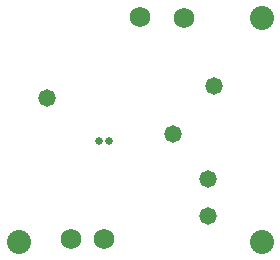
<source format=gbs>
G04*
G04 #@! TF.GenerationSoftware,Altium Limited,Altium Designer,22.10.1 (41)*
G04*
G04 Layer_Color=16711935*
%FSLAX44Y44*%
%MOMM*%
G71*
G04*
G04 #@! TF.SameCoordinates,1FFB8BF8-2B07-4287-B8AF-9A6C265E6988*
G04*
G04*
G04 #@! TF.FilePolarity,Negative*
G04*
G01*
G75*
%ADD26C,2.0320*%
%ADD27C,1.7272*%
%ADD28C,0.6400*%
%ADD29C,1.4732*%
D26*
X985520Y213360D02*
D03*
Y24130D02*
D03*
X779780D02*
D03*
D27*
X824230Y26670D02*
D03*
X852170D02*
D03*
X919480Y213360D02*
D03*
X882650Y214630D02*
D03*
D28*
X848170Y109220D02*
D03*
X856170D02*
D03*
D29*
X910590Y115570D02*
D03*
X939800Y77470D02*
D03*
X944880Y156210D02*
D03*
X939800Y45720D02*
D03*
X803910Y146050D02*
D03*
M02*

</source>
